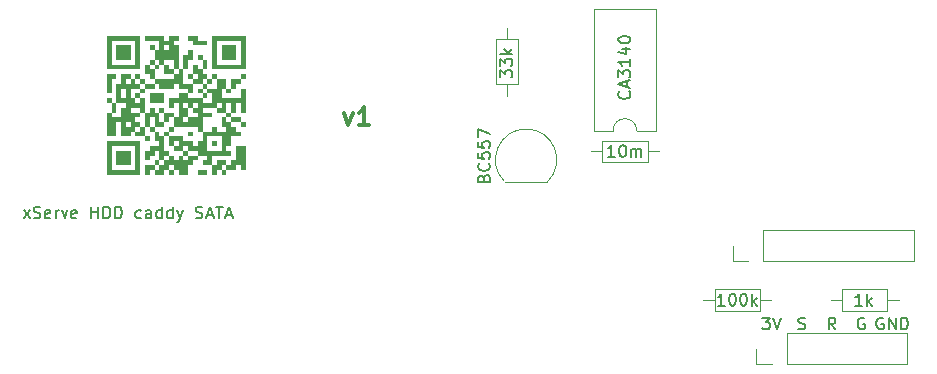
<source format=gto>
%TF.GenerationSoftware,KiCad,Pcbnew,7.0.8*%
%TF.CreationDate,2023-10-16T22:13:19+02:00*%
%TF.ProjectId,sata_caddy,73617461-5f63-4616-9464-792e6b696361,rev?*%
%TF.SameCoordinates,Original*%
%TF.FileFunction,Legend,Top*%
%TF.FilePolarity,Positive*%
%FSLAX46Y46*%
G04 Gerber Fmt 4.6, Leading zero omitted, Abs format (unit mm)*
G04 Created by KiCad (PCBNEW 7.0.8) date 2023-10-16 22:13:19*
%MOMM*%
%LPD*%
G01*
G04 APERTURE LIST*
%ADD10C,0.200000*%
%ADD11C,0.150000*%
%ADD12C,0.300000*%
%ADD13C,0.120000*%
%ADD14C,1.400000*%
%ADD15O,1.400000X1.400000*%
%ADD16R,1.700000X1.700000*%
%ADD17O,1.700000X1.700000*%
%ADD18R,1.050000X1.500000*%
%ADD19O,1.050000X1.500000*%
%ADD20R,1.600000X1.600000*%
%ADD21O,1.600000X1.600000*%
%ADD22C,1.152400*%
%ADD23O,1.697400X3.242400*%
%ADD24C,1.630000*%
G04 APERTURE END LIST*
D10*
X21274435Y-48867219D02*
X21798244Y-48200552D01*
X21274435Y-48200552D02*
X21798244Y-48867219D01*
X22131578Y-48819600D02*
X22274435Y-48867219D01*
X22274435Y-48867219D02*
X22512530Y-48867219D01*
X22512530Y-48867219D02*
X22607768Y-48819600D01*
X22607768Y-48819600D02*
X22655387Y-48771980D01*
X22655387Y-48771980D02*
X22703006Y-48676742D01*
X22703006Y-48676742D02*
X22703006Y-48581504D01*
X22703006Y-48581504D02*
X22655387Y-48486266D01*
X22655387Y-48486266D02*
X22607768Y-48438647D01*
X22607768Y-48438647D02*
X22512530Y-48391028D01*
X22512530Y-48391028D02*
X22322054Y-48343409D01*
X22322054Y-48343409D02*
X22226816Y-48295790D01*
X22226816Y-48295790D02*
X22179197Y-48248171D01*
X22179197Y-48248171D02*
X22131578Y-48152933D01*
X22131578Y-48152933D02*
X22131578Y-48057695D01*
X22131578Y-48057695D02*
X22179197Y-47962457D01*
X22179197Y-47962457D02*
X22226816Y-47914838D01*
X22226816Y-47914838D02*
X22322054Y-47867219D01*
X22322054Y-47867219D02*
X22560149Y-47867219D01*
X22560149Y-47867219D02*
X22703006Y-47914838D01*
X23512530Y-48819600D02*
X23417292Y-48867219D01*
X23417292Y-48867219D02*
X23226816Y-48867219D01*
X23226816Y-48867219D02*
X23131578Y-48819600D01*
X23131578Y-48819600D02*
X23083959Y-48724361D01*
X23083959Y-48724361D02*
X23083959Y-48343409D01*
X23083959Y-48343409D02*
X23131578Y-48248171D01*
X23131578Y-48248171D02*
X23226816Y-48200552D01*
X23226816Y-48200552D02*
X23417292Y-48200552D01*
X23417292Y-48200552D02*
X23512530Y-48248171D01*
X23512530Y-48248171D02*
X23560149Y-48343409D01*
X23560149Y-48343409D02*
X23560149Y-48438647D01*
X23560149Y-48438647D02*
X23083959Y-48533885D01*
X23988721Y-48867219D02*
X23988721Y-48200552D01*
X23988721Y-48391028D02*
X24036340Y-48295790D01*
X24036340Y-48295790D02*
X24083959Y-48248171D01*
X24083959Y-48248171D02*
X24179197Y-48200552D01*
X24179197Y-48200552D02*
X24274435Y-48200552D01*
X24512531Y-48200552D02*
X24750626Y-48867219D01*
X24750626Y-48867219D02*
X24988721Y-48200552D01*
X25750626Y-48819600D02*
X25655388Y-48867219D01*
X25655388Y-48867219D02*
X25464912Y-48867219D01*
X25464912Y-48867219D02*
X25369674Y-48819600D01*
X25369674Y-48819600D02*
X25322055Y-48724361D01*
X25322055Y-48724361D02*
X25322055Y-48343409D01*
X25322055Y-48343409D02*
X25369674Y-48248171D01*
X25369674Y-48248171D02*
X25464912Y-48200552D01*
X25464912Y-48200552D02*
X25655388Y-48200552D01*
X25655388Y-48200552D02*
X25750626Y-48248171D01*
X25750626Y-48248171D02*
X25798245Y-48343409D01*
X25798245Y-48343409D02*
X25798245Y-48438647D01*
X25798245Y-48438647D02*
X25322055Y-48533885D01*
X26988722Y-48867219D02*
X26988722Y-47867219D01*
X26988722Y-48343409D02*
X27560150Y-48343409D01*
X27560150Y-48867219D02*
X27560150Y-47867219D01*
X28036341Y-48867219D02*
X28036341Y-47867219D01*
X28036341Y-47867219D02*
X28274436Y-47867219D01*
X28274436Y-47867219D02*
X28417293Y-47914838D01*
X28417293Y-47914838D02*
X28512531Y-48010076D01*
X28512531Y-48010076D02*
X28560150Y-48105314D01*
X28560150Y-48105314D02*
X28607769Y-48295790D01*
X28607769Y-48295790D02*
X28607769Y-48438647D01*
X28607769Y-48438647D02*
X28560150Y-48629123D01*
X28560150Y-48629123D02*
X28512531Y-48724361D01*
X28512531Y-48724361D02*
X28417293Y-48819600D01*
X28417293Y-48819600D02*
X28274436Y-48867219D01*
X28274436Y-48867219D02*
X28036341Y-48867219D01*
X29036341Y-48867219D02*
X29036341Y-47867219D01*
X29036341Y-47867219D02*
X29274436Y-47867219D01*
X29274436Y-47867219D02*
X29417293Y-47914838D01*
X29417293Y-47914838D02*
X29512531Y-48010076D01*
X29512531Y-48010076D02*
X29560150Y-48105314D01*
X29560150Y-48105314D02*
X29607769Y-48295790D01*
X29607769Y-48295790D02*
X29607769Y-48438647D01*
X29607769Y-48438647D02*
X29560150Y-48629123D01*
X29560150Y-48629123D02*
X29512531Y-48724361D01*
X29512531Y-48724361D02*
X29417293Y-48819600D01*
X29417293Y-48819600D02*
X29274436Y-48867219D01*
X29274436Y-48867219D02*
X29036341Y-48867219D01*
X31226817Y-48819600D02*
X31131579Y-48867219D01*
X31131579Y-48867219D02*
X30941103Y-48867219D01*
X30941103Y-48867219D02*
X30845865Y-48819600D01*
X30845865Y-48819600D02*
X30798246Y-48771980D01*
X30798246Y-48771980D02*
X30750627Y-48676742D01*
X30750627Y-48676742D02*
X30750627Y-48391028D01*
X30750627Y-48391028D02*
X30798246Y-48295790D01*
X30798246Y-48295790D02*
X30845865Y-48248171D01*
X30845865Y-48248171D02*
X30941103Y-48200552D01*
X30941103Y-48200552D02*
X31131579Y-48200552D01*
X31131579Y-48200552D02*
X31226817Y-48248171D01*
X32083960Y-48867219D02*
X32083960Y-48343409D01*
X32083960Y-48343409D02*
X32036341Y-48248171D01*
X32036341Y-48248171D02*
X31941103Y-48200552D01*
X31941103Y-48200552D02*
X31750627Y-48200552D01*
X31750627Y-48200552D02*
X31655389Y-48248171D01*
X32083960Y-48819600D02*
X31988722Y-48867219D01*
X31988722Y-48867219D02*
X31750627Y-48867219D01*
X31750627Y-48867219D02*
X31655389Y-48819600D01*
X31655389Y-48819600D02*
X31607770Y-48724361D01*
X31607770Y-48724361D02*
X31607770Y-48629123D01*
X31607770Y-48629123D02*
X31655389Y-48533885D01*
X31655389Y-48533885D02*
X31750627Y-48486266D01*
X31750627Y-48486266D02*
X31988722Y-48486266D01*
X31988722Y-48486266D02*
X32083960Y-48438647D01*
X32988722Y-48867219D02*
X32988722Y-47867219D01*
X32988722Y-48819600D02*
X32893484Y-48867219D01*
X32893484Y-48867219D02*
X32703008Y-48867219D01*
X32703008Y-48867219D02*
X32607770Y-48819600D01*
X32607770Y-48819600D02*
X32560151Y-48771980D01*
X32560151Y-48771980D02*
X32512532Y-48676742D01*
X32512532Y-48676742D02*
X32512532Y-48391028D01*
X32512532Y-48391028D02*
X32560151Y-48295790D01*
X32560151Y-48295790D02*
X32607770Y-48248171D01*
X32607770Y-48248171D02*
X32703008Y-48200552D01*
X32703008Y-48200552D02*
X32893484Y-48200552D01*
X32893484Y-48200552D02*
X32988722Y-48248171D01*
X33893484Y-48867219D02*
X33893484Y-47867219D01*
X33893484Y-48819600D02*
X33798246Y-48867219D01*
X33798246Y-48867219D02*
X33607770Y-48867219D01*
X33607770Y-48867219D02*
X33512532Y-48819600D01*
X33512532Y-48819600D02*
X33464913Y-48771980D01*
X33464913Y-48771980D02*
X33417294Y-48676742D01*
X33417294Y-48676742D02*
X33417294Y-48391028D01*
X33417294Y-48391028D02*
X33464913Y-48295790D01*
X33464913Y-48295790D02*
X33512532Y-48248171D01*
X33512532Y-48248171D02*
X33607770Y-48200552D01*
X33607770Y-48200552D02*
X33798246Y-48200552D01*
X33798246Y-48200552D02*
X33893484Y-48248171D01*
X34274437Y-48200552D02*
X34512532Y-48867219D01*
X34750627Y-48200552D02*
X34512532Y-48867219D01*
X34512532Y-48867219D02*
X34417294Y-49105314D01*
X34417294Y-49105314D02*
X34369675Y-49152933D01*
X34369675Y-49152933D02*
X34274437Y-49200552D01*
X35845866Y-48819600D02*
X35988723Y-48867219D01*
X35988723Y-48867219D02*
X36226818Y-48867219D01*
X36226818Y-48867219D02*
X36322056Y-48819600D01*
X36322056Y-48819600D02*
X36369675Y-48771980D01*
X36369675Y-48771980D02*
X36417294Y-48676742D01*
X36417294Y-48676742D02*
X36417294Y-48581504D01*
X36417294Y-48581504D02*
X36369675Y-48486266D01*
X36369675Y-48486266D02*
X36322056Y-48438647D01*
X36322056Y-48438647D02*
X36226818Y-48391028D01*
X36226818Y-48391028D02*
X36036342Y-48343409D01*
X36036342Y-48343409D02*
X35941104Y-48295790D01*
X35941104Y-48295790D02*
X35893485Y-48248171D01*
X35893485Y-48248171D02*
X35845866Y-48152933D01*
X35845866Y-48152933D02*
X35845866Y-48057695D01*
X35845866Y-48057695D02*
X35893485Y-47962457D01*
X35893485Y-47962457D02*
X35941104Y-47914838D01*
X35941104Y-47914838D02*
X36036342Y-47867219D01*
X36036342Y-47867219D02*
X36274437Y-47867219D01*
X36274437Y-47867219D02*
X36417294Y-47914838D01*
X36798247Y-48581504D02*
X37274437Y-48581504D01*
X36703009Y-48867219D02*
X37036342Y-47867219D01*
X37036342Y-47867219D02*
X37369675Y-48867219D01*
X37560152Y-47867219D02*
X38131580Y-47867219D01*
X37845866Y-48867219D02*
X37845866Y-47867219D01*
X38417295Y-48581504D02*
X38893485Y-48581504D01*
X38322057Y-48867219D02*
X38655390Y-47867219D01*
X38655390Y-47867219D02*
X38988723Y-48867219D01*
D11*
X90008207Y-58269819D02*
X89674874Y-57793628D01*
X89436779Y-58269819D02*
X89436779Y-57269819D01*
X89436779Y-57269819D02*
X89817731Y-57269819D01*
X89817731Y-57269819D02*
X89912969Y-57317438D01*
X89912969Y-57317438D02*
X89960588Y-57365057D01*
X89960588Y-57365057D02*
X90008207Y-57460295D01*
X90008207Y-57460295D02*
X90008207Y-57603152D01*
X90008207Y-57603152D02*
X89960588Y-57698390D01*
X89960588Y-57698390D02*
X89912969Y-57746009D01*
X89912969Y-57746009D02*
X89817731Y-57793628D01*
X89817731Y-57793628D02*
X89436779Y-57793628D01*
X92460588Y-57317438D02*
X92365350Y-57269819D01*
X92365350Y-57269819D02*
X92222493Y-57269819D01*
X92222493Y-57269819D02*
X92079636Y-57317438D01*
X92079636Y-57317438D02*
X91984398Y-57412676D01*
X91984398Y-57412676D02*
X91936779Y-57507914D01*
X91936779Y-57507914D02*
X91889160Y-57698390D01*
X91889160Y-57698390D02*
X91889160Y-57841247D01*
X91889160Y-57841247D02*
X91936779Y-58031723D01*
X91936779Y-58031723D02*
X91984398Y-58126961D01*
X91984398Y-58126961D02*
X92079636Y-58222200D01*
X92079636Y-58222200D02*
X92222493Y-58269819D01*
X92222493Y-58269819D02*
X92317731Y-58269819D01*
X92317731Y-58269819D02*
X92460588Y-58222200D01*
X92460588Y-58222200D02*
X92508207Y-58174580D01*
X92508207Y-58174580D02*
X92508207Y-57841247D01*
X92508207Y-57841247D02*
X92317731Y-57841247D01*
X83841541Y-57269819D02*
X84460588Y-57269819D01*
X84460588Y-57269819D02*
X84127255Y-57650771D01*
X84127255Y-57650771D02*
X84270112Y-57650771D01*
X84270112Y-57650771D02*
X84365350Y-57698390D01*
X84365350Y-57698390D02*
X84412969Y-57746009D01*
X84412969Y-57746009D02*
X84460588Y-57841247D01*
X84460588Y-57841247D02*
X84460588Y-58079342D01*
X84460588Y-58079342D02*
X84412969Y-58174580D01*
X84412969Y-58174580D02*
X84365350Y-58222200D01*
X84365350Y-58222200D02*
X84270112Y-58269819D01*
X84270112Y-58269819D02*
X83984398Y-58269819D01*
X83984398Y-58269819D02*
X83889160Y-58222200D01*
X83889160Y-58222200D02*
X83841541Y-58174580D01*
X84746303Y-57269819D02*
X85079636Y-58269819D01*
X85079636Y-58269819D02*
X85412969Y-57269819D01*
X94060588Y-57317438D02*
X93965350Y-57269819D01*
X93965350Y-57269819D02*
X93822493Y-57269819D01*
X93822493Y-57269819D02*
X93679636Y-57317438D01*
X93679636Y-57317438D02*
X93584398Y-57412676D01*
X93584398Y-57412676D02*
X93536779Y-57507914D01*
X93536779Y-57507914D02*
X93489160Y-57698390D01*
X93489160Y-57698390D02*
X93489160Y-57841247D01*
X93489160Y-57841247D02*
X93536779Y-58031723D01*
X93536779Y-58031723D02*
X93584398Y-58126961D01*
X93584398Y-58126961D02*
X93679636Y-58222200D01*
X93679636Y-58222200D02*
X93822493Y-58269819D01*
X93822493Y-58269819D02*
X93917731Y-58269819D01*
X93917731Y-58269819D02*
X94060588Y-58222200D01*
X94060588Y-58222200D02*
X94108207Y-58174580D01*
X94108207Y-58174580D02*
X94108207Y-57841247D01*
X94108207Y-57841247D02*
X93917731Y-57841247D01*
X94536779Y-58269819D02*
X94536779Y-57269819D01*
X94536779Y-57269819D02*
X95108207Y-58269819D01*
X95108207Y-58269819D02*
X95108207Y-57269819D01*
X95584398Y-58269819D02*
X95584398Y-57269819D01*
X95584398Y-57269819D02*
X95822493Y-57269819D01*
X95822493Y-57269819D02*
X95965350Y-57317438D01*
X95965350Y-57317438D02*
X96060588Y-57412676D01*
X96060588Y-57412676D02*
X96108207Y-57507914D01*
X96108207Y-57507914D02*
X96155826Y-57698390D01*
X96155826Y-57698390D02*
X96155826Y-57841247D01*
X96155826Y-57841247D02*
X96108207Y-58031723D01*
X96108207Y-58031723D02*
X96060588Y-58126961D01*
X96060588Y-58126961D02*
X95965350Y-58222200D01*
X95965350Y-58222200D02*
X95822493Y-58269819D01*
X95822493Y-58269819D02*
X95584398Y-58269819D01*
X86889160Y-58222200D02*
X87032017Y-58269819D01*
X87032017Y-58269819D02*
X87270112Y-58269819D01*
X87270112Y-58269819D02*
X87365350Y-58222200D01*
X87365350Y-58222200D02*
X87412969Y-58174580D01*
X87412969Y-58174580D02*
X87460588Y-58079342D01*
X87460588Y-58079342D02*
X87460588Y-57984104D01*
X87460588Y-57984104D02*
X87412969Y-57888866D01*
X87412969Y-57888866D02*
X87365350Y-57841247D01*
X87365350Y-57841247D02*
X87270112Y-57793628D01*
X87270112Y-57793628D02*
X87079636Y-57746009D01*
X87079636Y-57746009D02*
X86984398Y-57698390D01*
X86984398Y-57698390D02*
X86936779Y-57650771D01*
X86936779Y-57650771D02*
X86889160Y-57555533D01*
X86889160Y-57555533D02*
X86889160Y-57460295D01*
X86889160Y-57460295D02*
X86936779Y-57365057D01*
X86936779Y-57365057D02*
X86984398Y-57317438D01*
X86984398Y-57317438D02*
X87079636Y-57269819D01*
X87079636Y-57269819D02*
X87317731Y-57269819D01*
X87317731Y-57269819D02*
X87460588Y-57317438D01*
D12*
X48428571Y-39978328D02*
X48785714Y-40978328D01*
X48785714Y-40978328D02*
X49142857Y-39978328D01*
X50500000Y-40978328D02*
X49642857Y-40978328D01*
X50071428Y-40978328D02*
X50071428Y-39478328D01*
X50071428Y-39478328D02*
X49928571Y-39692614D01*
X49928571Y-39692614D02*
X49785714Y-39835471D01*
X49785714Y-39835471D02*
X49642857Y-39906900D01*
D11*
X71342857Y-43654819D02*
X70771429Y-43654819D01*
X71057143Y-43654819D02*
X71057143Y-42654819D01*
X71057143Y-42654819D02*
X70961905Y-42797676D01*
X70961905Y-42797676D02*
X70866667Y-42892914D01*
X70866667Y-42892914D02*
X70771429Y-42940533D01*
X71961905Y-42654819D02*
X72057143Y-42654819D01*
X72057143Y-42654819D02*
X72152381Y-42702438D01*
X72152381Y-42702438D02*
X72200000Y-42750057D01*
X72200000Y-42750057D02*
X72247619Y-42845295D01*
X72247619Y-42845295D02*
X72295238Y-43035771D01*
X72295238Y-43035771D02*
X72295238Y-43273866D01*
X72295238Y-43273866D02*
X72247619Y-43464342D01*
X72247619Y-43464342D02*
X72200000Y-43559580D01*
X72200000Y-43559580D02*
X72152381Y-43607200D01*
X72152381Y-43607200D02*
X72057143Y-43654819D01*
X72057143Y-43654819D02*
X71961905Y-43654819D01*
X71961905Y-43654819D02*
X71866667Y-43607200D01*
X71866667Y-43607200D02*
X71819048Y-43559580D01*
X71819048Y-43559580D02*
X71771429Y-43464342D01*
X71771429Y-43464342D02*
X71723810Y-43273866D01*
X71723810Y-43273866D02*
X71723810Y-43035771D01*
X71723810Y-43035771D02*
X71771429Y-42845295D01*
X71771429Y-42845295D02*
X71819048Y-42750057D01*
X71819048Y-42750057D02*
X71866667Y-42702438D01*
X71866667Y-42702438D02*
X71961905Y-42654819D01*
X72723810Y-43654819D02*
X72723810Y-42988152D01*
X72723810Y-43083390D02*
X72771429Y-43035771D01*
X72771429Y-43035771D02*
X72866667Y-42988152D01*
X72866667Y-42988152D02*
X73009524Y-42988152D01*
X73009524Y-42988152D02*
X73104762Y-43035771D01*
X73104762Y-43035771D02*
X73152381Y-43131009D01*
X73152381Y-43131009D02*
X73152381Y-43654819D01*
X73152381Y-43131009D02*
X73200000Y-43035771D01*
X73200000Y-43035771D02*
X73295238Y-42988152D01*
X73295238Y-42988152D02*
X73438095Y-42988152D01*
X73438095Y-42988152D02*
X73533334Y-43035771D01*
X73533334Y-43035771D02*
X73580953Y-43131009D01*
X73580953Y-43131009D02*
X73580953Y-43654819D01*
X61654819Y-36924285D02*
X61654819Y-36305238D01*
X61654819Y-36305238D02*
X62035771Y-36638571D01*
X62035771Y-36638571D02*
X62035771Y-36495714D01*
X62035771Y-36495714D02*
X62083390Y-36400476D01*
X62083390Y-36400476D02*
X62131009Y-36352857D01*
X62131009Y-36352857D02*
X62226247Y-36305238D01*
X62226247Y-36305238D02*
X62464342Y-36305238D01*
X62464342Y-36305238D02*
X62559580Y-36352857D01*
X62559580Y-36352857D02*
X62607200Y-36400476D01*
X62607200Y-36400476D02*
X62654819Y-36495714D01*
X62654819Y-36495714D02*
X62654819Y-36781428D01*
X62654819Y-36781428D02*
X62607200Y-36876666D01*
X62607200Y-36876666D02*
X62559580Y-36924285D01*
X61654819Y-35971904D02*
X61654819Y-35352857D01*
X61654819Y-35352857D02*
X62035771Y-35686190D01*
X62035771Y-35686190D02*
X62035771Y-35543333D01*
X62035771Y-35543333D02*
X62083390Y-35448095D01*
X62083390Y-35448095D02*
X62131009Y-35400476D01*
X62131009Y-35400476D02*
X62226247Y-35352857D01*
X62226247Y-35352857D02*
X62464342Y-35352857D01*
X62464342Y-35352857D02*
X62559580Y-35400476D01*
X62559580Y-35400476D02*
X62607200Y-35448095D01*
X62607200Y-35448095D02*
X62654819Y-35543333D01*
X62654819Y-35543333D02*
X62654819Y-35829047D01*
X62654819Y-35829047D02*
X62607200Y-35924285D01*
X62607200Y-35924285D02*
X62559580Y-35971904D01*
X62654819Y-34924285D02*
X61654819Y-34924285D01*
X62273866Y-34829047D02*
X62654819Y-34543333D01*
X61988152Y-34543333D02*
X62369104Y-34924285D01*
X60231009Y-45457142D02*
X60278628Y-45314285D01*
X60278628Y-45314285D02*
X60326247Y-45266666D01*
X60326247Y-45266666D02*
X60421485Y-45219047D01*
X60421485Y-45219047D02*
X60564342Y-45219047D01*
X60564342Y-45219047D02*
X60659580Y-45266666D01*
X60659580Y-45266666D02*
X60707200Y-45314285D01*
X60707200Y-45314285D02*
X60754819Y-45409523D01*
X60754819Y-45409523D02*
X60754819Y-45790475D01*
X60754819Y-45790475D02*
X59754819Y-45790475D01*
X59754819Y-45790475D02*
X59754819Y-45457142D01*
X59754819Y-45457142D02*
X59802438Y-45361904D01*
X59802438Y-45361904D02*
X59850057Y-45314285D01*
X59850057Y-45314285D02*
X59945295Y-45266666D01*
X59945295Y-45266666D02*
X60040533Y-45266666D01*
X60040533Y-45266666D02*
X60135771Y-45314285D01*
X60135771Y-45314285D02*
X60183390Y-45361904D01*
X60183390Y-45361904D02*
X60231009Y-45457142D01*
X60231009Y-45457142D02*
X60231009Y-45790475D01*
X60659580Y-44219047D02*
X60707200Y-44266666D01*
X60707200Y-44266666D02*
X60754819Y-44409523D01*
X60754819Y-44409523D02*
X60754819Y-44504761D01*
X60754819Y-44504761D02*
X60707200Y-44647618D01*
X60707200Y-44647618D02*
X60611961Y-44742856D01*
X60611961Y-44742856D02*
X60516723Y-44790475D01*
X60516723Y-44790475D02*
X60326247Y-44838094D01*
X60326247Y-44838094D02*
X60183390Y-44838094D01*
X60183390Y-44838094D02*
X59992914Y-44790475D01*
X59992914Y-44790475D02*
X59897676Y-44742856D01*
X59897676Y-44742856D02*
X59802438Y-44647618D01*
X59802438Y-44647618D02*
X59754819Y-44504761D01*
X59754819Y-44504761D02*
X59754819Y-44409523D01*
X59754819Y-44409523D02*
X59802438Y-44266666D01*
X59802438Y-44266666D02*
X59850057Y-44219047D01*
X59754819Y-43314285D02*
X59754819Y-43790475D01*
X59754819Y-43790475D02*
X60231009Y-43838094D01*
X60231009Y-43838094D02*
X60183390Y-43790475D01*
X60183390Y-43790475D02*
X60135771Y-43695237D01*
X60135771Y-43695237D02*
X60135771Y-43457142D01*
X60135771Y-43457142D02*
X60183390Y-43361904D01*
X60183390Y-43361904D02*
X60231009Y-43314285D01*
X60231009Y-43314285D02*
X60326247Y-43266666D01*
X60326247Y-43266666D02*
X60564342Y-43266666D01*
X60564342Y-43266666D02*
X60659580Y-43314285D01*
X60659580Y-43314285D02*
X60707200Y-43361904D01*
X60707200Y-43361904D02*
X60754819Y-43457142D01*
X60754819Y-43457142D02*
X60754819Y-43695237D01*
X60754819Y-43695237D02*
X60707200Y-43790475D01*
X60707200Y-43790475D02*
X60659580Y-43838094D01*
X59754819Y-42361904D02*
X59754819Y-42838094D01*
X59754819Y-42838094D02*
X60231009Y-42885713D01*
X60231009Y-42885713D02*
X60183390Y-42838094D01*
X60183390Y-42838094D02*
X60135771Y-42742856D01*
X60135771Y-42742856D02*
X60135771Y-42504761D01*
X60135771Y-42504761D02*
X60183390Y-42409523D01*
X60183390Y-42409523D02*
X60231009Y-42361904D01*
X60231009Y-42361904D02*
X60326247Y-42314285D01*
X60326247Y-42314285D02*
X60564342Y-42314285D01*
X60564342Y-42314285D02*
X60659580Y-42361904D01*
X60659580Y-42361904D02*
X60707200Y-42409523D01*
X60707200Y-42409523D02*
X60754819Y-42504761D01*
X60754819Y-42504761D02*
X60754819Y-42742856D01*
X60754819Y-42742856D02*
X60707200Y-42838094D01*
X60707200Y-42838094D02*
X60659580Y-42885713D01*
X59754819Y-41980951D02*
X59754819Y-41314285D01*
X59754819Y-41314285D02*
X60754819Y-41742856D01*
X92280952Y-56254819D02*
X91709524Y-56254819D01*
X91995238Y-56254819D02*
X91995238Y-55254819D01*
X91995238Y-55254819D02*
X91900000Y-55397676D01*
X91900000Y-55397676D02*
X91804762Y-55492914D01*
X91804762Y-55492914D02*
X91709524Y-55540533D01*
X92709524Y-56254819D02*
X92709524Y-55254819D01*
X92804762Y-55873866D02*
X93090476Y-56254819D01*
X93090476Y-55588152D02*
X92709524Y-55969104D01*
X80628571Y-56254819D02*
X80057143Y-56254819D01*
X80342857Y-56254819D02*
X80342857Y-55254819D01*
X80342857Y-55254819D02*
X80247619Y-55397676D01*
X80247619Y-55397676D02*
X80152381Y-55492914D01*
X80152381Y-55492914D02*
X80057143Y-55540533D01*
X81247619Y-55254819D02*
X81342857Y-55254819D01*
X81342857Y-55254819D02*
X81438095Y-55302438D01*
X81438095Y-55302438D02*
X81485714Y-55350057D01*
X81485714Y-55350057D02*
X81533333Y-55445295D01*
X81533333Y-55445295D02*
X81580952Y-55635771D01*
X81580952Y-55635771D02*
X81580952Y-55873866D01*
X81580952Y-55873866D02*
X81533333Y-56064342D01*
X81533333Y-56064342D02*
X81485714Y-56159580D01*
X81485714Y-56159580D02*
X81438095Y-56207200D01*
X81438095Y-56207200D02*
X81342857Y-56254819D01*
X81342857Y-56254819D02*
X81247619Y-56254819D01*
X81247619Y-56254819D02*
X81152381Y-56207200D01*
X81152381Y-56207200D02*
X81104762Y-56159580D01*
X81104762Y-56159580D02*
X81057143Y-56064342D01*
X81057143Y-56064342D02*
X81009524Y-55873866D01*
X81009524Y-55873866D02*
X81009524Y-55635771D01*
X81009524Y-55635771D02*
X81057143Y-55445295D01*
X81057143Y-55445295D02*
X81104762Y-55350057D01*
X81104762Y-55350057D02*
X81152381Y-55302438D01*
X81152381Y-55302438D02*
X81247619Y-55254819D01*
X82200000Y-55254819D02*
X82295238Y-55254819D01*
X82295238Y-55254819D02*
X82390476Y-55302438D01*
X82390476Y-55302438D02*
X82438095Y-55350057D01*
X82438095Y-55350057D02*
X82485714Y-55445295D01*
X82485714Y-55445295D02*
X82533333Y-55635771D01*
X82533333Y-55635771D02*
X82533333Y-55873866D01*
X82533333Y-55873866D02*
X82485714Y-56064342D01*
X82485714Y-56064342D02*
X82438095Y-56159580D01*
X82438095Y-56159580D02*
X82390476Y-56207200D01*
X82390476Y-56207200D02*
X82295238Y-56254819D01*
X82295238Y-56254819D02*
X82200000Y-56254819D01*
X82200000Y-56254819D02*
X82104762Y-56207200D01*
X82104762Y-56207200D02*
X82057143Y-56159580D01*
X82057143Y-56159580D02*
X82009524Y-56064342D01*
X82009524Y-56064342D02*
X81961905Y-55873866D01*
X81961905Y-55873866D02*
X81961905Y-55635771D01*
X81961905Y-55635771D02*
X82009524Y-55445295D01*
X82009524Y-55445295D02*
X82057143Y-55350057D01*
X82057143Y-55350057D02*
X82104762Y-55302438D01*
X82104762Y-55302438D02*
X82200000Y-55254819D01*
X82961905Y-56254819D02*
X82961905Y-55254819D01*
X83057143Y-55873866D02*
X83342857Y-56254819D01*
X83342857Y-55588152D02*
X82961905Y-55969104D01*
X72549580Y-38123809D02*
X72597200Y-38171428D01*
X72597200Y-38171428D02*
X72644819Y-38314285D01*
X72644819Y-38314285D02*
X72644819Y-38409523D01*
X72644819Y-38409523D02*
X72597200Y-38552380D01*
X72597200Y-38552380D02*
X72501961Y-38647618D01*
X72501961Y-38647618D02*
X72406723Y-38695237D01*
X72406723Y-38695237D02*
X72216247Y-38742856D01*
X72216247Y-38742856D02*
X72073390Y-38742856D01*
X72073390Y-38742856D02*
X71882914Y-38695237D01*
X71882914Y-38695237D02*
X71787676Y-38647618D01*
X71787676Y-38647618D02*
X71692438Y-38552380D01*
X71692438Y-38552380D02*
X71644819Y-38409523D01*
X71644819Y-38409523D02*
X71644819Y-38314285D01*
X71644819Y-38314285D02*
X71692438Y-38171428D01*
X71692438Y-38171428D02*
X71740057Y-38123809D01*
X72359104Y-37742856D02*
X72359104Y-37266666D01*
X72644819Y-37838094D02*
X71644819Y-37504761D01*
X71644819Y-37504761D02*
X72644819Y-37171428D01*
X71644819Y-36933332D02*
X71644819Y-36314285D01*
X71644819Y-36314285D02*
X72025771Y-36647618D01*
X72025771Y-36647618D02*
X72025771Y-36504761D01*
X72025771Y-36504761D02*
X72073390Y-36409523D01*
X72073390Y-36409523D02*
X72121009Y-36361904D01*
X72121009Y-36361904D02*
X72216247Y-36314285D01*
X72216247Y-36314285D02*
X72454342Y-36314285D01*
X72454342Y-36314285D02*
X72549580Y-36361904D01*
X72549580Y-36361904D02*
X72597200Y-36409523D01*
X72597200Y-36409523D02*
X72644819Y-36504761D01*
X72644819Y-36504761D02*
X72644819Y-36790475D01*
X72644819Y-36790475D02*
X72597200Y-36885713D01*
X72597200Y-36885713D02*
X72549580Y-36933332D01*
X72644819Y-35361904D02*
X72644819Y-35933332D01*
X72644819Y-35647618D02*
X71644819Y-35647618D01*
X71644819Y-35647618D02*
X71787676Y-35742856D01*
X71787676Y-35742856D02*
X71882914Y-35838094D01*
X71882914Y-35838094D02*
X71930533Y-35933332D01*
X71978152Y-34504761D02*
X72644819Y-34504761D01*
X71597200Y-34742856D02*
X72311485Y-34980951D01*
X72311485Y-34980951D02*
X72311485Y-34361904D01*
X71644819Y-33790475D02*
X71644819Y-33695237D01*
X71644819Y-33695237D02*
X71692438Y-33599999D01*
X71692438Y-33599999D02*
X71740057Y-33552380D01*
X71740057Y-33552380D02*
X71835295Y-33504761D01*
X71835295Y-33504761D02*
X72025771Y-33457142D01*
X72025771Y-33457142D02*
X72263866Y-33457142D01*
X72263866Y-33457142D02*
X72454342Y-33504761D01*
X72454342Y-33504761D02*
X72549580Y-33552380D01*
X72549580Y-33552380D02*
X72597200Y-33599999D01*
X72597200Y-33599999D02*
X72644819Y-33695237D01*
X72644819Y-33695237D02*
X72644819Y-33790475D01*
X72644819Y-33790475D02*
X72597200Y-33885713D01*
X72597200Y-33885713D02*
X72549580Y-33933332D01*
X72549580Y-33933332D02*
X72454342Y-33980951D01*
X72454342Y-33980951D02*
X72263866Y-34028570D01*
X72263866Y-34028570D02*
X72025771Y-34028570D01*
X72025771Y-34028570D02*
X71835295Y-33980951D01*
X71835295Y-33980951D02*
X71740057Y-33933332D01*
X71740057Y-33933332D02*
X71692438Y-33885713D01*
X71692438Y-33885713D02*
X71644819Y-33790475D01*
%TO.C,v1*%
G36*
X39269186Y-34839117D02*
G01*
X39269186Y-35447419D01*
X38660884Y-35447419D01*
X38052582Y-35447419D01*
X38052582Y-34839117D01*
X38052582Y-34230815D01*
X38660884Y-34230815D01*
X39269186Y-34230815D01*
X39269186Y-34839117D01*
G37*
G36*
X30347419Y-34839117D02*
G01*
X30347419Y-35447419D01*
X29739117Y-35447419D01*
X29130815Y-35447419D01*
X29130815Y-34839117D01*
X29130815Y-34230815D01*
X29739117Y-34230815D01*
X30347419Y-34230815D01*
X30347419Y-34839117D01*
G37*
G36*
X32780628Y-36055722D02*
G01*
X32780628Y-36258489D01*
X32577861Y-36258489D01*
X32375094Y-36258489D01*
X32375094Y-36055722D01*
X32375094Y-35852954D01*
X32577861Y-35852954D01*
X32780628Y-35852954D01*
X32780628Y-36055722D01*
G37*
G36*
X33591698Y-36055722D02*
G01*
X33591698Y-36258489D01*
X33794466Y-36258489D01*
X33997233Y-36258489D01*
X33997233Y-36461256D01*
X33997233Y-36664024D01*
X33591698Y-36664024D01*
X33186163Y-36664024D01*
X33186163Y-36258489D01*
X33186163Y-35852954D01*
X33388931Y-35852954D01*
X33591698Y-35852954D01*
X33591698Y-36055722D01*
G37*
G36*
X37647047Y-42544279D02*
G01*
X37647047Y-42747047D01*
X37444279Y-42747047D01*
X37241512Y-42747047D01*
X37241512Y-42544279D01*
X37241512Y-42341512D01*
X37444279Y-42341512D01*
X37647047Y-42341512D01*
X37647047Y-42544279D01*
G37*
G36*
X36835977Y-37677861D02*
G01*
X36835977Y-37880628D01*
X36633210Y-37880628D01*
X36430442Y-37880628D01*
X36430442Y-38083396D01*
X36430442Y-38286163D01*
X36227675Y-38286163D01*
X36024907Y-38286163D01*
X36024907Y-38083396D01*
X36024907Y-37880628D01*
X36227675Y-37880628D01*
X36430442Y-37880628D01*
X36430442Y-37677861D01*
X36430442Y-37475094D01*
X36633210Y-37475094D01*
X36835977Y-37475094D01*
X36835977Y-37677861D01*
G37*
G36*
X36835977Y-38488931D02*
G01*
X36835977Y-38691698D01*
X36633210Y-38691698D01*
X36430442Y-38691698D01*
X36430442Y-38488931D01*
X36430442Y-38286163D01*
X36633210Y-38286163D01*
X36835977Y-38286163D01*
X36835977Y-38488931D01*
G37*
G36*
X31564024Y-38083396D02*
G01*
X31564024Y-38286163D01*
X31361256Y-38286163D01*
X31158489Y-38286163D01*
X31158489Y-38488931D01*
X31158489Y-38691698D01*
X30955722Y-38691698D01*
X30752954Y-38691698D01*
X30752954Y-38488931D01*
X30752954Y-38286163D01*
X30955722Y-38286163D01*
X31158489Y-38286163D01*
X31158489Y-38083396D01*
X31158489Y-37880628D01*
X31361256Y-37880628D01*
X31564024Y-37880628D01*
X31564024Y-38083396D01*
G37*
G36*
X33186163Y-38691698D02*
G01*
X33186163Y-39097233D01*
X32577861Y-39097233D01*
X31969559Y-39097233D01*
X31969559Y-38691698D01*
X31969559Y-38286163D01*
X32577861Y-38286163D01*
X33186163Y-38286163D01*
X33186163Y-38691698D01*
G37*
G36*
X33186163Y-39705535D02*
G01*
X33186163Y-39908303D01*
X32983396Y-39908303D01*
X32780628Y-39908303D01*
X32780628Y-39705535D01*
X32780628Y-39502768D01*
X32983396Y-39502768D01*
X33186163Y-39502768D01*
X33186163Y-39705535D01*
G37*
G36*
X33997233Y-40111070D02*
G01*
X33997233Y-40313838D01*
X33794466Y-40313838D01*
X33591698Y-40313838D01*
X33591698Y-40516605D01*
X33591698Y-40719372D01*
X33388931Y-40719372D01*
X33186163Y-40719372D01*
X33186163Y-40313838D01*
X33186163Y-39908303D01*
X33591698Y-39908303D01*
X33997233Y-39908303D01*
X33997233Y-40111070D01*
G37*
G36*
X35619372Y-41733210D02*
G01*
X35619372Y-41935977D01*
X35416605Y-41935977D01*
X35213838Y-41935977D01*
X35213838Y-41733210D01*
X35213838Y-41530442D01*
X35416605Y-41530442D01*
X35619372Y-41530442D01*
X35619372Y-41733210D01*
G37*
G36*
X33997233Y-41327675D02*
G01*
X33997233Y-41530442D01*
X33794466Y-41530442D01*
X33591698Y-41530442D01*
X33591698Y-41733210D01*
X33591698Y-41935977D01*
X33388931Y-41935977D01*
X33186163Y-41935977D01*
X33186163Y-41733210D01*
X33186163Y-41530442D01*
X33388931Y-41530442D01*
X33591698Y-41530442D01*
X33591698Y-41327675D01*
X33591698Y-41124907D01*
X33794466Y-41124907D01*
X33997233Y-41124907D01*
X33997233Y-41327675D01*
G37*
G36*
X35213838Y-43355349D02*
G01*
X35213838Y-43558116D01*
X35011070Y-43558116D01*
X34808303Y-43558116D01*
X34808303Y-43355349D01*
X34808303Y-43152582D01*
X35011070Y-43152582D01*
X35213838Y-43152582D01*
X35213838Y-43355349D01*
G37*
G36*
X30347419Y-43760884D02*
G01*
X30347419Y-44369186D01*
X29739117Y-44369186D01*
X29130815Y-44369186D01*
X29130815Y-43760884D01*
X29130815Y-43152582D01*
X29739117Y-43152582D01*
X30347419Y-43152582D01*
X30347419Y-43760884D01*
G37*
G36*
X36024907Y-33622512D02*
G01*
X36024907Y-33825280D01*
X36430442Y-33825280D01*
X36835977Y-33825280D01*
X36835977Y-34028047D01*
X36835977Y-34230815D01*
X36227675Y-34230815D01*
X35619372Y-34230815D01*
X35619372Y-34028047D01*
X35619372Y-33825280D01*
X35416605Y-33825280D01*
X35213838Y-33825280D01*
X35213838Y-33622512D01*
X35213838Y-33419745D01*
X35619372Y-33419745D01*
X36024907Y-33419745D01*
X36024907Y-33622512D01*
G37*
G36*
X40080256Y-34839117D02*
G01*
X40080256Y-36258489D01*
X38660884Y-36258489D01*
X37241512Y-36258489D01*
X37241512Y-34839117D01*
X37241512Y-33825280D01*
X37647047Y-33825280D01*
X37647047Y-34839117D01*
X37647047Y-35852954D01*
X38660884Y-35852954D01*
X39674721Y-35852954D01*
X39674721Y-34839117D01*
X39674721Y-33825280D01*
X38660884Y-33825280D01*
X37647047Y-33825280D01*
X37241512Y-33825280D01*
X37241512Y-33419745D01*
X38660884Y-33419745D01*
X40080256Y-33419745D01*
X40080256Y-34839117D01*
G37*
G36*
X31158489Y-34839117D02*
G01*
X31158489Y-36258489D01*
X29739117Y-36258489D01*
X28319745Y-36258489D01*
X28319745Y-34839117D01*
X28319745Y-33825280D01*
X28725280Y-33825280D01*
X28725280Y-34839117D01*
X28725280Y-35852954D01*
X29739117Y-35852954D01*
X30752954Y-35852954D01*
X30752954Y-34839117D01*
X30752954Y-33825280D01*
X29739117Y-33825280D01*
X28725280Y-33825280D01*
X28319745Y-33825280D01*
X28319745Y-33419745D01*
X29739117Y-33419745D01*
X31158489Y-33419745D01*
X31158489Y-34839117D01*
G37*
G36*
X29130815Y-36866791D02*
G01*
X29130815Y-37069559D01*
X28928047Y-37069559D01*
X28725280Y-37069559D01*
X28725280Y-37677861D01*
X28725280Y-38286163D01*
X28522512Y-38286163D01*
X28319745Y-38286163D01*
X28319745Y-37475094D01*
X28319745Y-36664024D01*
X28725280Y-36664024D01*
X29130815Y-36664024D01*
X29130815Y-36866791D01*
G37*
G36*
X36835977Y-44977488D02*
G01*
X36835977Y-45180256D01*
X36430442Y-45180256D01*
X36024907Y-45180256D01*
X36024907Y-44977488D01*
X36024907Y-44774721D01*
X36430442Y-44774721D01*
X36835977Y-44774721D01*
X36835977Y-44977488D01*
G37*
G36*
X36430442Y-35244652D02*
G01*
X36430442Y-35447419D01*
X36227675Y-35447419D01*
X36024907Y-35447419D01*
X36024907Y-35244652D01*
X36024907Y-35041884D01*
X36227675Y-35041884D01*
X36430442Y-35041884D01*
X36430442Y-35244652D01*
G37*
G36*
X40080256Y-40922140D02*
G01*
X40080256Y-41124907D01*
X39877488Y-41124907D01*
X39674721Y-41124907D01*
X39674721Y-40922140D01*
X39674721Y-40719372D01*
X39877488Y-40719372D01*
X40080256Y-40719372D01*
X40080256Y-40922140D01*
G37*
G36*
X32375094Y-41327675D02*
G01*
X32375094Y-41530442D01*
X32172326Y-41530442D01*
X31969559Y-41530442D01*
X31969559Y-41327675D01*
X31969559Y-41124907D01*
X32172326Y-41124907D01*
X32375094Y-41124907D01*
X32375094Y-41327675D01*
G37*
G36*
X33186163Y-33622512D02*
G01*
X33186163Y-33825280D01*
X33388931Y-33825280D01*
X33591698Y-33825280D01*
X33591698Y-33622512D01*
X33591698Y-33419745D01*
X33997233Y-33419745D01*
X34402768Y-33419745D01*
X34402768Y-33622512D01*
X34402768Y-33825280D01*
X34200000Y-33825280D01*
X33997233Y-33825280D01*
X33997233Y-34028047D01*
X33997233Y-34230815D01*
X34200000Y-34230815D01*
X34402768Y-34230815D01*
X34402768Y-35244652D01*
X34402768Y-36258489D01*
X34605535Y-36258489D01*
X34808303Y-36258489D01*
X34808303Y-35650187D01*
X34808303Y-35041884D01*
X35011070Y-35041884D01*
X35213838Y-35041884D01*
X35213838Y-34839117D01*
X35213838Y-34636350D01*
X35416605Y-34636350D01*
X35619372Y-34636350D01*
X35619372Y-35041884D01*
X35619372Y-35447419D01*
X35416605Y-35447419D01*
X35213838Y-35447419D01*
X35213838Y-35852954D01*
X35213838Y-36258489D01*
X35011070Y-36258489D01*
X34808303Y-36258489D01*
X34808303Y-36866791D01*
X34808303Y-37475094D01*
X35213838Y-37475094D01*
X35619372Y-37475094D01*
X35619372Y-37272326D01*
X35619372Y-37069559D01*
X35416605Y-37069559D01*
X35213838Y-37069559D01*
X35213838Y-36866791D01*
X35213838Y-36664024D01*
X35416605Y-36664024D01*
X35619372Y-36664024D01*
X35619372Y-36866791D01*
X35619372Y-37069559D01*
X35822140Y-37069559D01*
X36024907Y-37069559D01*
X36024907Y-36866791D01*
X36024907Y-36664024D01*
X35822140Y-36664024D01*
X35619372Y-36664024D01*
X35619372Y-36258489D01*
X35619372Y-35852954D01*
X35822140Y-35852954D01*
X36024907Y-35852954D01*
X36024907Y-36055722D01*
X36024907Y-36258489D01*
X36227675Y-36258489D01*
X36430442Y-36258489D01*
X36430442Y-35852954D01*
X36430442Y-35447419D01*
X36633210Y-35447419D01*
X36835977Y-35447419D01*
X36835977Y-35852954D01*
X36835977Y-36258489D01*
X36633210Y-36258489D01*
X36430442Y-36258489D01*
X36430442Y-36461256D01*
X36430442Y-36664024D01*
X36633210Y-36664024D01*
X36835977Y-36664024D01*
X36835977Y-36866791D01*
X36835977Y-37069559D01*
X37038744Y-37069559D01*
X37241512Y-37069559D01*
X37241512Y-36866791D01*
X37241512Y-36664024D01*
X37444279Y-36664024D01*
X37647047Y-36664024D01*
X37647047Y-36866791D01*
X37647047Y-37069559D01*
X37444279Y-37069559D01*
X37241512Y-37069559D01*
X37241512Y-37272326D01*
X37241512Y-37475094D01*
X37038744Y-37475094D01*
X36835977Y-37475094D01*
X36835977Y-37272326D01*
X36835977Y-37069559D01*
X36633210Y-37069559D01*
X36430442Y-37069559D01*
X36430442Y-37272326D01*
X36430442Y-37475094D01*
X36024907Y-37475094D01*
X35619372Y-37475094D01*
X35619372Y-37880628D01*
X35619372Y-38286163D01*
X35416605Y-38286163D01*
X35213838Y-38286163D01*
X35213838Y-38083396D01*
X35213838Y-37880628D01*
X34808303Y-37880628D01*
X34402768Y-37880628D01*
X34402768Y-37677861D01*
X34402768Y-37475094D01*
X34200000Y-37475094D01*
X33997233Y-37475094D01*
X33997233Y-37677861D01*
X33997233Y-37880628D01*
X33388931Y-37880628D01*
X32780628Y-37880628D01*
X32780628Y-37677861D01*
X32780628Y-37475094D01*
X32577861Y-37475094D01*
X32375094Y-37475094D01*
X32375094Y-37677861D01*
X32375094Y-37880628D01*
X31969559Y-37880628D01*
X31564024Y-37880628D01*
X31564024Y-37677861D01*
X31564024Y-37475094D01*
X31361256Y-37475094D01*
X31158489Y-37475094D01*
X31158489Y-37677861D01*
X31158489Y-37880628D01*
X30752954Y-37880628D01*
X30347419Y-37880628D01*
X30347419Y-38286163D01*
X30347419Y-38691698D01*
X30550187Y-38691698D01*
X30752954Y-38691698D01*
X30752954Y-38894466D01*
X30752954Y-39097233D01*
X30955722Y-39097233D01*
X31158489Y-39097233D01*
X31158489Y-38894466D01*
X31158489Y-38691698D01*
X31361256Y-38691698D01*
X31564024Y-38691698D01*
X31564024Y-39300000D01*
X31564024Y-39908303D01*
X31361256Y-39908303D01*
X31158489Y-39908303D01*
X31158489Y-39705535D01*
X31158489Y-39502768D01*
X30752954Y-39502768D01*
X30347419Y-39502768D01*
X30347419Y-39705535D01*
X30347419Y-39908303D01*
X30752954Y-39908303D01*
X31158489Y-39908303D01*
X31158489Y-40111070D01*
X31158489Y-40313838D01*
X30955722Y-40313838D01*
X30752954Y-40313838D01*
X30752954Y-40516605D01*
X30752954Y-40719372D01*
X30955722Y-40719372D01*
X31158489Y-40719372D01*
X31158489Y-40922140D01*
X31158489Y-41124907D01*
X30955722Y-41124907D01*
X30752954Y-41124907D01*
X30752954Y-41327675D01*
X30752954Y-41530442D01*
X30955722Y-41530442D01*
X31158489Y-41530442D01*
X31158489Y-41327675D01*
X31158489Y-41124907D01*
X31361256Y-41124907D01*
X31564024Y-41124907D01*
X31564024Y-40516605D01*
X31564024Y-39908303D01*
X31766791Y-39908303D01*
X31969559Y-39908303D01*
X31969559Y-39705535D01*
X31969559Y-39502768D01*
X32172326Y-39502768D01*
X32375094Y-39502768D01*
X32375094Y-39705535D01*
X32375094Y-39908303D01*
X32577861Y-39908303D01*
X32780628Y-39908303D01*
X32780628Y-40313838D01*
X32780628Y-40719372D01*
X32983396Y-40719372D01*
X33186163Y-40719372D01*
X33186163Y-40922140D01*
X33186163Y-41124907D01*
X32780628Y-41124907D01*
X32375094Y-41124907D01*
X32375094Y-40719372D01*
X32375094Y-40313838D01*
X32172326Y-40313838D01*
X31969559Y-40313838D01*
X31969559Y-40719372D01*
X31969559Y-41124907D01*
X31766791Y-41124907D01*
X31564024Y-41124907D01*
X31564024Y-41530442D01*
X31564024Y-41935977D01*
X31158489Y-41935977D01*
X30752954Y-41935977D01*
X30752954Y-41733210D01*
X30752954Y-41530442D01*
X30550187Y-41530442D01*
X30347419Y-41530442D01*
X30347419Y-41733210D01*
X30347419Y-41935977D01*
X29941884Y-41935977D01*
X29536350Y-41935977D01*
X29536350Y-41327675D01*
X29536350Y-40719372D01*
X29941884Y-40719372D01*
X29941884Y-40922140D01*
X29941884Y-41124907D01*
X30144652Y-41124907D01*
X30347419Y-41124907D01*
X30347419Y-40922140D01*
X30347419Y-40719372D01*
X30144652Y-40719372D01*
X29941884Y-40719372D01*
X29536350Y-40719372D01*
X29333582Y-40719372D01*
X29130815Y-40719372D01*
X29130815Y-41327675D01*
X29130815Y-41935977D01*
X28725280Y-41935977D01*
X28319745Y-41935977D01*
X28319745Y-40922140D01*
X28319745Y-40313838D01*
X28725280Y-40313838D01*
X29130815Y-40313838D01*
X29536350Y-40313838D01*
X29536350Y-39908303D01*
X29536350Y-39502768D01*
X29739117Y-39502768D01*
X29941884Y-39502768D01*
X29941884Y-39300000D01*
X29941884Y-39097233D01*
X29536350Y-39097233D01*
X29130815Y-39097233D01*
X29130815Y-39502768D01*
X29130815Y-39908303D01*
X28928047Y-39908303D01*
X28725280Y-39908303D01*
X28725280Y-40111070D01*
X28725280Y-40313838D01*
X28319745Y-40313838D01*
X28319745Y-39908303D01*
X28522512Y-39908303D01*
X28725280Y-39908303D01*
X28725280Y-39502768D01*
X28725280Y-39097233D01*
X28522512Y-39097233D01*
X28319745Y-39097233D01*
X28319745Y-38894466D01*
X28319745Y-38691698D01*
X28522512Y-38691698D01*
X28725280Y-38691698D01*
X28725280Y-38894466D01*
X28725280Y-39097233D01*
X28928047Y-39097233D01*
X29130815Y-39097233D01*
X29130815Y-38286163D01*
X29130815Y-37880628D01*
X29536350Y-37880628D01*
X29536350Y-38286163D01*
X29536350Y-38691698D01*
X29739117Y-38691698D01*
X29941884Y-38691698D01*
X29941884Y-38286163D01*
X29941884Y-37880628D01*
X29739117Y-37880628D01*
X29536350Y-37880628D01*
X29130815Y-37880628D01*
X29130815Y-37475094D01*
X29333582Y-37475094D01*
X29536350Y-37475094D01*
X29536350Y-37069559D01*
X29941884Y-37069559D01*
X29941884Y-37272326D01*
X29941884Y-37475094D01*
X30144652Y-37475094D01*
X30347419Y-37475094D01*
X30347419Y-37272326D01*
X30347419Y-37069559D01*
X30144652Y-37069559D01*
X29941884Y-37069559D01*
X29536350Y-37069559D01*
X29536350Y-36664024D01*
X29941884Y-36664024D01*
X30347419Y-36664024D01*
X30347419Y-36866791D01*
X30347419Y-37069559D01*
X30550187Y-37069559D01*
X30752954Y-37069559D01*
X30752954Y-36866791D01*
X30752954Y-36664024D01*
X30955722Y-36664024D01*
X31158489Y-36664024D01*
X31158489Y-36866791D01*
X31158489Y-37069559D01*
X30955722Y-37069559D01*
X30752954Y-37069559D01*
X30752954Y-37272326D01*
X30752954Y-37475094D01*
X30955722Y-37475094D01*
X31158489Y-37475094D01*
X31158489Y-37272326D01*
X31158489Y-37069559D01*
X31361256Y-37069559D01*
X31564024Y-37069559D01*
X31564024Y-37272326D01*
X31564024Y-37475094D01*
X31969559Y-37475094D01*
X32375094Y-37475094D01*
X32375094Y-37272326D01*
X32375094Y-37069559D01*
X32172326Y-37069559D01*
X31969559Y-37069559D01*
X31969559Y-36866791D01*
X31969559Y-36664024D01*
X31766791Y-36664024D01*
X31564024Y-36664024D01*
X31564024Y-36258489D01*
X31969559Y-36258489D01*
X32172326Y-36258489D01*
X32375094Y-36258489D01*
X32375094Y-36664024D01*
X32375094Y-37069559D01*
X33186163Y-37069559D01*
X33997233Y-37069559D01*
X33997233Y-36866791D01*
X33997233Y-36664024D01*
X34200000Y-36664024D01*
X34402768Y-36664024D01*
X34402768Y-36461256D01*
X34402768Y-36258489D01*
X34200000Y-36258489D01*
X33997233Y-36258489D01*
X33997233Y-35852954D01*
X33997233Y-35447419D01*
X33591698Y-35447419D01*
X33186163Y-35447419D01*
X33186163Y-35650187D01*
X33186163Y-35852954D01*
X32983396Y-35852954D01*
X32780628Y-35852954D01*
X32780628Y-35650187D01*
X32780628Y-35447419D01*
X32577861Y-35447419D01*
X32375094Y-35447419D01*
X32375094Y-35650187D01*
X32375094Y-35852954D01*
X32172326Y-35852954D01*
X31969559Y-35852954D01*
X31969559Y-36055722D01*
X31969559Y-36258489D01*
X31564024Y-36258489D01*
X31564024Y-35852954D01*
X31766791Y-35852954D01*
X31969559Y-35852954D01*
X31969559Y-35650187D01*
X31969559Y-35447419D01*
X32172326Y-35447419D01*
X32375094Y-35447419D01*
X32375094Y-35041884D01*
X32375094Y-34636350D01*
X32172326Y-34636350D01*
X31969559Y-34636350D01*
X31969559Y-34433582D01*
X31969559Y-34230815D01*
X32172326Y-34230815D01*
X32375094Y-34230815D01*
X32375094Y-34433582D01*
X32375094Y-34636350D01*
X32577861Y-34636350D01*
X32780628Y-34636350D01*
X32780628Y-34230815D01*
X33186163Y-34230815D01*
X33186163Y-34433582D01*
X33186163Y-34636350D01*
X33388931Y-34636350D01*
X33591698Y-34636350D01*
X33591698Y-34433582D01*
X33591698Y-34230815D01*
X33388931Y-34230815D01*
X33186163Y-34230815D01*
X32780628Y-34230815D01*
X32780628Y-33825280D01*
X32172326Y-33825280D01*
X31564024Y-33825280D01*
X31564024Y-33622512D01*
X31564024Y-33419745D01*
X32375094Y-33419745D01*
X33186163Y-33419745D01*
X33186163Y-33622512D01*
G37*
G36*
X31969559Y-42138744D02*
G01*
X31969559Y-42341512D01*
X31766791Y-42341512D01*
X31564024Y-42341512D01*
X31564024Y-42138744D01*
X31564024Y-41935977D01*
X31766791Y-41935977D01*
X31969559Y-41935977D01*
X31969559Y-42138744D01*
G37*
G36*
X40080256Y-36866791D02*
G01*
X40080256Y-37069559D01*
X39877488Y-37069559D01*
X39674721Y-37069559D01*
X39674721Y-37272326D01*
X39674721Y-37475094D01*
X39471954Y-37475094D01*
X39269186Y-37475094D01*
X39269186Y-37677861D01*
X39269186Y-37880628D01*
X39066419Y-37880628D01*
X38863651Y-37880628D01*
X38863651Y-38083396D01*
X38863651Y-38286163D01*
X38660884Y-38286163D01*
X38458116Y-38286163D01*
X38458116Y-38083396D01*
X38458116Y-37880628D01*
X38255349Y-37880628D01*
X38052582Y-37880628D01*
X38052582Y-38286163D01*
X38052582Y-38691698D01*
X38863651Y-38691698D01*
X39674721Y-38691698D01*
X39674721Y-38286163D01*
X39674721Y-37880628D01*
X39877488Y-37880628D01*
X40080256Y-37880628D01*
X40080256Y-38894466D01*
X40080256Y-39908303D01*
X39877488Y-39908303D01*
X39674721Y-39908303D01*
X39674721Y-39502768D01*
X39674721Y-39097233D01*
X39471954Y-39097233D01*
X39269186Y-39097233D01*
X39269186Y-39502768D01*
X39269186Y-39908303D01*
X39066419Y-39908303D01*
X38863651Y-39908303D01*
X38863651Y-40111070D01*
X38863651Y-40313838D01*
X38660884Y-40313838D01*
X38458116Y-40313838D01*
X38458116Y-40516605D01*
X38458116Y-40719372D01*
X38660884Y-40719372D01*
X38863651Y-40719372D01*
X38863651Y-40516605D01*
X38863651Y-40313838D01*
X39269186Y-40313838D01*
X39674721Y-40313838D01*
X39674721Y-40516605D01*
X39674721Y-40719372D01*
X39269186Y-40719372D01*
X38863651Y-40719372D01*
X38863651Y-40922140D01*
X38863651Y-41124907D01*
X39066419Y-41124907D01*
X39269186Y-41124907D01*
X39269186Y-41327675D01*
X39269186Y-41530442D01*
X39471954Y-41530442D01*
X39674721Y-41530442D01*
X39674721Y-41733210D01*
X39674721Y-41935977D01*
X39269186Y-41935977D01*
X38863651Y-41935977D01*
X38863651Y-42341512D01*
X38863651Y-42747047D01*
X38660884Y-42747047D01*
X38458116Y-42747047D01*
X38458116Y-42949814D01*
X38458116Y-43152582D01*
X38660884Y-43152582D01*
X38863651Y-43152582D01*
X38863651Y-43355349D01*
X38863651Y-43558116D01*
X38052582Y-43558116D01*
X37241512Y-43558116D01*
X37241512Y-43963651D01*
X37241512Y-44369186D01*
X36835977Y-44369186D01*
X36430442Y-44369186D01*
X36430442Y-44166419D01*
X36430442Y-43963651D01*
X36633210Y-43963651D01*
X36835977Y-43963651D01*
X36835977Y-43760884D01*
X36835977Y-43558116D01*
X36430442Y-43558116D01*
X36024907Y-43558116D01*
X36024907Y-43760884D01*
X36024907Y-43963651D01*
X35822140Y-43963651D01*
X35619372Y-43963651D01*
X35619372Y-44166419D01*
X35619372Y-44369186D01*
X35416605Y-44369186D01*
X35213838Y-44369186D01*
X35213838Y-44774721D01*
X35213838Y-45180256D01*
X34808303Y-45180256D01*
X34402768Y-45180256D01*
X34402768Y-44977488D01*
X34402768Y-44774721D01*
X34200000Y-44774721D01*
X33997233Y-44774721D01*
X33997233Y-44977488D01*
X33997233Y-45180256D01*
X33794466Y-45180256D01*
X33591698Y-45180256D01*
X33591698Y-44977488D01*
X33591698Y-44774721D01*
X33388931Y-44774721D01*
X33186163Y-44774721D01*
X33186163Y-44977488D01*
X33186163Y-45180256D01*
X32780628Y-45180256D01*
X32375094Y-45180256D01*
X32375094Y-44977488D01*
X32375094Y-44774721D01*
X32172326Y-44774721D01*
X31969559Y-44774721D01*
X31969559Y-44977488D01*
X31969559Y-45180256D01*
X31766791Y-45180256D01*
X31564024Y-45180256D01*
X31564024Y-44774721D01*
X31564024Y-44369186D01*
X31969559Y-44369186D01*
X32375094Y-44369186D01*
X32375094Y-44166419D01*
X32375094Y-43963651D01*
X32577861Y-43963651D01*
X32780628Y-43963651D01*
X32780628Y-43558116D01*
X32780628Y-43152582D01*
X32577861Y-43152582D01*
X32375094Y-43152582D01*
X32375094Y-43355349D01*
X32375094Y-43558116D01*
X32172326Y-43558116D01*
X31969559Y-43558116D01*
X31969559Y-43760884D01*
X31969559Y-43963651D01*
X31766791Y-43963651D01*
X31564024Y-43963651D01*
X31564024Y-43558116D01*
X31564024Y-43152582D01*
X31766791Y-43152582D01*
X31969559Y-43152582D01*
X31969559Y-42949814D01*
X31969559Y-42747047D01*
X32375094Y-42747047D01*
X32780628Y-42747047D01*
X32780628Y-42544279D01*
X32780628Y-42341512D01*
X32577861Y-42341512D01*
X32375094Y-42341512D01*
X32375094Y-41935977D01*
X32375094Y-41530442D01*
X32577861Y-41530442D01*
X32780628Y-41530442D01*
X32780628Y-41733210D01*
X32780628Y-41935977D01*
X32983396Y-41935977D01*
X33186163Y-41935977D01*
X33186163Y-42544279D01*
X33186163Y-43152582D01*
X33388931Y-43152582D01*
X33591698Y-43152582D01*
X33591698Y-43355349D01*
X33591698Y-43558116D01*
X33388931Y-43558116D01*
X33186163Y-43558116D01*
X33186163Y-43760884D01*
X33186163Y-43963651D01*
X32983396Y-43963651D01*
X32780628Y-43963651D01*
X32780628Y-44166419D01*
X32780628Y-44369186D01*
X32577861Y-44369186D01*
X32375094Y-44369186D01*
X32375094Y-44571954D01*
X32375094Y-44774721D01*
X32577861Y-44774721D01*
X32780628Y-44774721D01*
X32780628Y-44571954D01*
X32780628Y-44369186D01*
X32983396Y-44369186D01*
X33186163Y-44369186D01*
X33591698Y-44369186D01*
X33591698Y-44571954D01*
X33591698Y-44774721D01*
X33794466Y-44774721D01*
X33997233Y-44774721D01*
X33997233Y-44571954D01*
X33997233Y-44369186D01*
X33794466Y-44369186D01*
X33591698Y-44369186D01*
X33186163Y-44369186D01*
X33186163Y-44166419D01*
X33186163Y-43963651D01*
X33388931Y-43963651D01*
X33591698Y-43963651D01*
X33591698Y-43760884D01*
X33591698Y-43558116D01*
X33794466Y-43558116D01*
X33997233Y-43558116D01*
X33997233Y-43760884D01*
X33997233Y-43963651D01*
X34200000Y-43963651D01*
X34402768Y-43963651D01*
X34402768Y-43760884D01*
X34402768Y-43558116D01*
X34605535Y-43558116D01*
X34808303Y-43558116D01*
X34808303Y-43760884D01*
X34808303Y-43963651D01*
X35011070Y-43963651D01*
X35213838Y-43963651D01*
X35213838Y-43760884D01*
X35213838Y-43558116D01*
X35619372Y-43558116D01*
X36024907Y-43558116D01*
X36024907Y-43355349D01*
X36024907Y-43152582D01*
X35619372Y-43152582D01*
X35213838Y-43152582D01*
X35213838Y-42949814D01*
X35213838Y-42747047D01*
X35011070Y-42747047D01*
X34808303Y-42747047D01*
X34808303Y-42949814D01*
X34808303Y-43152582D01*
X34402768Y-43152582D01*
X33997233Y-43152582D01*
X33997233Y-42949814D01*
X33997233Y-42747047D01*
X34200000Y-42747047D01*
X34402768Y-42747047D01*
X34402768Y-42544279D01*
X34402768Y-42341512D01*
X34200000Y-42341512D01*
X33997233Y-42341512D01*
X33997233Y-42544279D01*
X33997233Y-42747047D01*
X33794466Y-42747047D01*
X33591698Y-42747047D01*
X33591698Y-42341512D01*
X33591698Y-41935977D01*
X34200000Y-41935977D01*
X34808303Y-41935977D01*
X34808303Y-42138744D01*
X34808303Y-42341512D01*
X35213838Y-42341512D01*
X35619372Y-42341512D01*
X35619372Y-42544279D01*
X35619372Y-42747047D01*
X35822140Y-42747047D01*
X36024907Y-42747047D01*
X36024907Y-42544279D01*
X36024907Y-42341512D01*
X36227675Y-42341512D01*
X36430442Y-42341512D01*
X36430442Y-41935977D01*
X36835977Y-41935977D01*
X36835977Y-42544279D01*
X36835977Y-43152582D01*
X37444279Y-43152582D01*
X38052582Y-43152582D01*
X38052582Y-42544279D01*
X38052582Y-41935977D01*
X37444279Y-41935977D01*
X36835977Y-41935977D01*
X36430442Y-41935977D01*
X36430442Y-41530442D01*
X36835977Y-41530442D01*
X37241512Y-41530442D01*
X37241512Y-41327675D01*
X37241512Y-41124907D01*
X37444279Y-41124907D01*
X37647047Y-41124907D01*
X37647047Y-41327675D01*
X37647047Y-41530442D01*
X38052582Y-41530442D01*
X38458116Y-41530442D01*
X38458116Y-41327675D01*
X38458116Y-41124907D01*
X38255349Y-41124907D01*
X38052582Y-41124907D01*
X38052582Y-40719372D01*
X38052582Y-40313838D01*
X38255349Y-40313838D01*
X38458116Y-40313838D01*
X38458116Y-40111070D01*
X38458116Y-39908303D01*
X38660884Y-39908303D01*
X38863651Y-39908303D01*
X38863651Y-39502768D01*
X38863651Y-39097233D01*
X38660884Y-39097233D01*
X38458116Y-39097233D01*
X38458116Y-39502768D01*
X38458116Y-39908303D01*
X38052582Y-39908303D01*
X37647047Y-39908303D01*
X37647047Y-39705535D01*
X37647047Y-39502768D01*
X37849814Y-39502768D01*
X38052582Y-39502768D01*
X38052582Y-39300000D01*
X38052582Y-39097233D01*
X37849814Y-39097233D01*
X37647047Y-39097233D01*
X37647047Y-39300000D01*
X37647047Y-39502768D01*
X37038744Y-39502768D01*
X36430442Y-39502768D01*
X36430442Y-39705535D01*
X36430442Y-39908303D01*
X36835977Y-39908303D01*
X37241512Y-39908303D01*
X37241512Y-40111070D01*
X37241512Y-40313838D01*
X36835977Y-40313838D01*
X36430442Y-40313838D01*
X36430442Y-40922140D01*
X36430442Y-41530442D01*
X36227675Y-41530442D01*
X36024907Y-41530442D01*
X36024907Y-41327675D01*
X36024907Y-41124907D01*
X35011070Y-41124907D01*
X33997233Y-41124907D01*
X33997233Y-40719372D01*
X33997233Y-40313838D01*
X34200000Y-40313838D01*
X34402768Y-40313838D01*
X34402768Y-39705535D01*
X34402768Y-39097233D01*
X34808303Y-39097233D01*
X34808303Y-39300000D01*
X34808303Y-39502768D01*
X35011070Y-39502768D01*
X35213838Y-39502768D01*
X35213838Y-39908303D01*
X35213838Y-40313838D01*
X35011070Y-40313838D01*
X34808303Y-40313838D01*
X34808303Y-40516605D01*
X34808303Y-40719372D01*
X35011070Y-40719372D01*
X35213838Y-40719372D01*
X35213838Y-40516605D01*
X35213838Y-40313838D01*
X35619372Y-40313838D01*
X36024907Y-40313838D01*
X36024907Y-40111070D01*
X36024907Y-39908303D01*
X35822140Y-39908303D01*
X35619372Y-39908303D01*
X35619372Y-39705535D01*
X35619372Y-39502768D01*
X35822140Y-39502768D01*
X36024907Y-39502768D01*
X36024907Y-39300000D01*
X36024907Y-39097233D01*
X35822140Y-39097233D01*
X35619372Y-39097233D01*
X35619372Y-39300000D01*
X35619372Y-39502768D01*
X35416605Y-39502768D01*
X35213838Y-39502768D01*
X35213838Y-39300000D01*
X35213838Y-39097233D01*
X35011070Y-39097233D01*
X34808303Y-39097233D01*
X34402768Y-39097233D01*
X34200000Y-39097233D01*
X33997233Y-39097233D01*
X33997233Y-39300000D01*
X33997233Y-39502768D01*
X33794466Y-39502768D01*
X33591698Y-39502768D01*
X33591698Y-39097233D01*
X33591698Y-38691698D01*
X33997233Y-38691698D01*
X34402768Y-38691698D01*
X34402768Y-38488931D01*
X34402768Y-38286163D01*
X34808303Y-38286163D01*
X35213838Y-38286163D01*
X35213838Y-38488931D01*
X35213838Y-38691698D01*
X35822140Y-38691698D01*
X36430442Y-38691698D01*
X36430442Y-38894466D01*
X36430442Y-39097233D01*
X36835977Y-39097233D01*
X37241512Y-39097233D01*
X37241512Y-38691698D01*
X37241512Y-38286163D01*
X37038744Y-38286163D01*
X36835977Y-38286163D01*
X36835977Y-38083396D01*
X36835977Y-37880628D01*
X37241512Y-37880628D01*
X37647047Y-37880628D01*
X37647047Y-37475094D01*
X37647047Y-37069559D01*
X38052582Y-37069559D01*
X38458116Y-37069559D01*
X38458116Y-37475094D01*
X38458116Y-37880628D01*
X38660884Y-37880628D01*
X38863651Y-37880628D01*
X38863651Y-37475094D01*
X38863651Y-37069559D01*
X39269186Y-37069559D01*
X39674721Y-37069559D01*
X39674721Y-36866791D01*
X39674721Y-36664024D01*
X39877488Y-36664024D01*
X40080256Y-36664024D01*
X40080256Y-36866791D01*
G37*
G36*
X40080256Y-43760884D02*
G01*
X40080256Y-44774721D01*
X39877488Y-44774721D01*
X39674721Y-44774721D01*
X39674721Y-44571954D01*
X39674721Y-44369186D01*
X39471954Y-44369186D01*
X39269186Y-44369186D01*
X39269186Y-44571954D01*
X39269186Y-44774721D01*
X38863651Y-44774721D01*
X38458116Y-44774721D01*
X38458116Y-44977488D01*
X38458116Y-45180256D01*
X38255349Y-45180256D01*
X38052582Y-45180256D01*
X38052582Y-44977488D01*
X38052582Y-44774721D01*
X37849814Y-44774721D01*
X37647047Y-44774721D01*
X37647047Y-44977488D01*
X37647047Y-45180256D01*
X37444279Y-45180256D01*
X37241512Y-45180256D01*
X37241512Y-44774721D01*
X37241512Y-44369186D01*
X37444279Y-44369186D01*
X37647047Y-44369186D01*
X38052582Y-44369186D01*
X38052582Y-44571954D01*
X38052582Y-44774721D01*
X38255349Y-44774721D01*
X38458116Y-44774721D01*
X38458116Y-44571954D01*
X38458116Y-44369186D01*
X38255349Y-44369186D01*
X38052582Y-44369186D01*
X37647047Y-44369186D01*
X37647047Y-44166419D01*
X37647047Y-43963651D01*
X38052582Y-43963651D01*
X38458116Y-43963651D01*
X38458116Y-44166419D01*
X38458116Y-44369186D01*
X38660884Y-44369186D01*
X38863651Y-44369186D01*
X38863651Y-44166419D01*
X38863651Y-43963651D01*
X39066419Y-43963651D01*
X39269186Y-43963651D01*
X39269186Y-43355349D01*
X39269186Y-42747047D01*
X39674721Y-42747047D01*
X40080256Y-42747047D01*
X40080256Y-43760884D01*
G37*
G36*
X31158489Y-43760884D02*
G01*
X31158489Y-45180256D01*
X29739117Y-45180256D01*
X28319745Y-45180256D01*
X28319745Y-43760884D01*
X28319745Y-42747047D01*
X28725280Y-42747047D01*
X28725280Y-43760884D01*
X28725280Y-44774721D01*
X29739117Y-44774721D01*
X30752954Y-44774721D01*
X30752954Y-43760884D01*
X30752954Y-42747047D01*
X29739117Y-42747047D01*
X28725280Y-42747047D01*
X28319745Y-42747047D01*
X28319745Y-42341512D01*
X29739117Y-42341512D01*
X31158489Y-42341512D01*
X31158489Y-43760884D01*
G37*
D13*
%TO.C,R4*%
X69340000Y-43200000D02*
X70290000Y-43200000D01*
X70290000Y-42280000D02*
X70290000Y-44120000D01*
X70290000Y-44120000D02*
X74130000Y-44120000D01*
X74130000Y-42280000D02*
X70290000Y-42280000D01*
X74130000Y-44120000D02*
X74130000Y-42280000D01*
X75080000Y-43200000D02*
X74130000Y-43200000D01*
%TO.C,J1*%
X81320000Y-52505000D02*
X81320000Y-51175000D01*
X82650000Y-52505000D02*
X81320000Y-52505000D01*
X83920000Y-52505000D02*
X96680000Y-52505000D01*
X83920000Y-52505000D02*
X83920000Y-49845000D01*
X96680000Y-52505000D02*
X96680000Y-49845000D01*
X83920000Y-49845000D02*
X96680000Y-49845000D01*
%TO.C,J4*%
X83290000Y-61230000D02*
X83290000Y-59900000D01*
X84620000Y-61230000D02*
X83290000Y-61230000D01*
X85890000Y-61230000D02*
X96110000Y-61230000D01*
X85890000Y-61230000D02*
X85890000Y-58570000D01*
X96110000Y-61230000D02*
X96110000Y-58570000D01*
X85890000Y-58570000D02*
X96110000Y-58570000D01*
%TO.C,R1*%
X62200000Y-38480000D02*
X62200000Y-37530000D01*
X61280000Y-37530000D02*
X63120000Y-37530000D01*
X63120000Y-37530000D02*
X63120000Y-33690000D01*
X61280000Y-33690000D02*
X61280000Y-37530000D01*
X63120000Y-33690000D02*
X61280000Y-33690000D01*
X62200000Y-32740000D02*
X62200000Y-33690000D01*
%TO.C,Q1*%
X62030000Y-45750000D02*
X65630000Y-45750000D01*
X63830000Y-41300000D02*
G75*
G03*
X61991522Y-45738478I0J-2600000D01*
G01*
X65668478Y-45738478D02*
G75*
G03*
X63830000Y-41300000I-1838478J1838478D01*
G01*
%TO.C,R2*%
X89620000Y-55800000D02*
X90570000Y-55800000D01*
X90570000Y-54880000D02*
X90570000Y-56720000D01*
X90570000Y-56720000D02*
X94410000Y-56720000D01*
X94410000Y-54880000D02*
X90570000Y-54880000D01*
X94410000Y-56720000D02*
X94410000Y-54880000D01*
X95360000Y-55800000D02*
X94410000Y-55800000D01*
%TO.C,R3*%
X78830000Y-55800000D02*
X79780000Y-55800000D01*
X79780000Y-54880000D02*
X79780000Y-56720000D01*
X79780000Y-56720000D02*
X83620000Y-56720000D01*
X83620000Y-54880000D02*
X79780000Y-54880000D01*
X83620000Y-56720000D02*
X83620000Y-54880000D01*
X84570000Y-55800000D02*
X83620000Y-55800000D01*
%TO.C,U1*%
X74840000Y-41430000D02*
X74840000Y-31150000D01*
X74840000Y-31150000D02*
X69540000Y-31150000D01*
X73190000Y-41430000D02*
X74840000Y-41430000D01*
X69540000Y-41430000D02*
X71190000Y-41430000D01*
X69540000Y-31150000D02*
X69540000Y-41430000D01*
X73190000Y-41430000D02*
G75*
G03*
X71190000Y-41430000I-1000000J0D01*
G01*
%TD*%
%LPC*%
D14*
%TO.C,R4*%
X68400000Y-43200000D03*
D15*
X76020000Y-43200000D03*
%TD*%
D16*
%TO.C,J1*%
X82650000Y-51175000D03*
D17*
X85190000Y-51175000D03*
X87730000Y-51175000D03*
X90270000Y-51175000D03*
X92810000Y-51175000D03*
X95350000Y-51175000D03*
%TD*%
D16*
%TO.C,J4*%
X84620000Y-59900000D03*
D17*
X87160000Y-59900000D03*
X89700000Y-59900000D03*
X92240000Y-59900000D03*
X94780000Y-59900000D03*
%TD*%
D14*
%TO.C,R1*%
X62200000Y-39420000D03*
D15*
X62200000Y-31800000D03*
%TD*%
D18*
%TO.C,Q1*%
X62560000Y-43900000D03*
D19*
X63830000Y-43900000D03*
X65100000Y-43900000D03*
%TD*%
D14*
%TO.C,R2*%
X88680000Y-55800000D03*
D15*
X96300000Y-55800000D03*
%TD*%
D14*
%TO.C,R3*%
X77890000Y-55800000D03*
D15*
X85510000Y-55800000D03*
%TD*%
D20*
%TO.C,U1*%
X76000000Y-40100000D03*
D21*
X76000000Y-37560000D03*
X76000000Y-35020000D03*
X76000000Y-32480000D03*
X68380000Y-32480000D03*
X68380000Y-35020000D03*
X68380000Y-37560000D03*
X68380000Y-40100000D03*
%TD*%
D22*
%TO.C,J3*%
X39270000Y-46500000D03*
X38000000Y-46500000D03*
X36730000Y-46500000D03*
X35460000Y-46500000D03*
X34190000Y-46500000D03*
X32920000Y-46500000D03*
X31650000Y-46500000D03*
X30380000Y-46500000D03*
X29110000Y-46500000D03*
X27840000Y-46500000D03*
X26570000Y-46500000D03*
X25300000Y-46500000D03*
X24030000Y-46500000D03*
X22760000Y-46500000D03*
X21490000Y-46500000D03*
X53240000Y-46500000D03*
X51970000Y-46500000D03*
X50700000Y-46500000D03*
X49430000Y-46500000D03*
X48160000Y-46500000D03*
X46890000Y-46500000D03*
X45620000Y-46500000D03*
D23*
X17515000Y-46500000D03*
X43045000Y-46500000D03*
X55615000Y-46500000D03*
%TD*%
D24*
%TO.C,J2*%
X20770000Y-32200000D03*
X53960000Y-32200000D03*
D23*
X18655000Y-32975000D03*
X56075000Y-32975000D03*
%TD*%
%LPD*%
M02*

</source>
